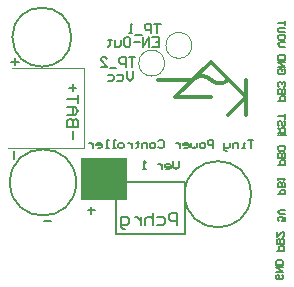
<source format=gbo>
G04*
G04 #@! TF.GenerationSoftware,Altium Limited,CircuitStudio,1.5.2 (30)*
G04*
G04 Layer_Color=13948096*
%FSLAX25Y25*%
%MOIN*%
G70*
G01*
G75*
%ADD26C,0.01181*%
%ADD27C,0.00787*%
%ADD55C,0.00394*%
%ADD56C,0.00591*%
%ADD91R,0.15354X0.14173*%
D26*
X67716Y69685D02*
G03*
X61811Y69685I-2953J-2953D01*
G01*
X67716D02*
G03*
X73622Y69685I2953J2953D01*
G01*
X79528Y57874D02*
Y69685D01*
X79527Y63779D02*
X79528D01*
X73622Y57874D02*
X79527Y63779D01*
X67716Y75590D02*
X79527Y63779D01*
X55905D02*
X67716Y75590D01*
X55905Y63779D02*
X67716D01*
X50000Y69685D02*
X61811D01*
D27*
X21260Y83858D02*
G03*
X21260Y83858I-9843J0D01*
G01*
X81102Y31496D02*
G03*
X81102Y31496I-11024J0D01*
G01*
X22835Y35433D02*
G03*
X22835Y35433I-11024J0D01*
G01*
X36220D02*
X59055D01*
X36220Y18110D02*
Y35433D01*
Y18110D02*
X59055D01*
Y35433D01*
X56299Y21260D02*
Y25196D01*
X54331D01*
X53675Y24540D01*
Y23228D01*
X54331Y22572D01*
X56299D01*
X49740Y23884D02*
X51708D01*
X52364Y23228D01*
Y21916D01*
X51708Y21260D01*
X49740D01*
X48428Y25196D02*
Y21260D01*
Y23228D01*
X47772Y23884D01*
X46460D01*
X45804Y23228D01*
Y21260D01*
X44492Y23884D02*
Y21260D01*
Y22572D01*
X43836Y23228D01*
X43180Y23884D01*
X42524D01*
X39244Y19948D02*
X38588D01*
X37932Y20604D01*
Y23884D01*
X39900D01*
X40556Y23228D01*
Y21916D01*
X39900Y21260D01*
X37932D01*
X2363Y74410D02*
Y77033D01*
X1051Y75721D02*
X3675D01*
D55*
X61417Y81102D02*
G03*
X61417Y81102I-4331J0D01*
G01*
X52362Y75197D02*
G03*
X52362Y75197I-4331J0D01*
G01*
X22898Y35433D02*
G03*
X22898Y35433I-11087J0D01*
G01*
X81109Y31496D02*
G03*
X81109Y31496I-11031J0D01*
G01*
X1575Y73622D02*
X25591D01*
Y46850D02*
Y73622D01*
X0Y46850D02*
X25591D01*
D56*
X41732Y72440D02*
Y70341D01*
X40683Y69291D01*
X39633Y70341D01*
Y72440D01*
X36485Y71390D02*
X38059D01*
X38584Y70866D01*
Y69816D01*
X38059Y69291D01*
X36485D01*
X33336Y71390D02*
X34910D01*
X35435Y70866D01*
Y69816D01*
X34910Y69291D01*
X33336D01*
X42520Y77164D02*
X40421D01*
X41470D01*
Y74016D01*
X39371D02*
Y77164D01*
X37797D01*
X37272Y76640D01*
Y75590D01*
X37797Y75065D01*
X39371D01*
X36222Y73491D02*
X34123D01*
X30975Y74016D02*
X33074D01*
X30975Y76115D01*
Y76640D01*
X31500Y77164D01*
X32549D01*
X33074Y76640D01*
X48295Y83857D02*
X50394D01*
Y80709D01*
X48295D01*
X50394Y82283D02*
X49344D01*
X47245Y80709D02*
Y83857D01*
X45146Y80709D01*
Y83857D01*
X44096Y82283D02*
X41998D01*
X39374Y83857D02*
X40423D01*
X40948Y83333D01*
Y81233D01*
X40423Y80709D01*
X39374D01*
X38849Y81233D01*
Y83333D01*
X39374Y83857D01*
X37799Y82808D02*
Y81233D01*
X37275Y80709D01*
X35700D01*
Y82808D01*
X34126Y83333D02*
Y82808D01*
X34651D01*
X33601D01*
X34126D01*
Y81233D01*
X33601Y80709D01*
X50984Y88384D02*
X48885D01*
X49935D01*
Y85235D01*
X47836D02*
Y88384D01*
X46261D01*
X45737Y87859D01*
Y86809D01*
X46261Y86285D01*
X47836D01*
X44687Y84710D02*
X42588D01*
X41539Y85235D02*
X40489D01*
X41014D01*
Y88384D01*
X41539Y87859D01*
X14567Y22637D02*
X12206D01*
X29134Y26180D02*
X26772D01*
X27953Y27361D02*
Y25000D01*
X57087Y42519D02*
Y40682D01*
X56168Y39764D01*
X55250Y40682D01*
Y42519D01*
X52954Y39764D02*
X53872D01*
X54332Y40223D01*
Y41141D01*
X53872Y41600D01*
X52954D01*
X52495Y41141D01*
Y40682D01*
X54332D01*
X51577Y41600D02*
Y39764D01*
Y40682D01*
X51117Y41141D01*
X50658Y41600D01*
X50199D01*
X46066Y39764D02*
X45148D01*
X45607D01*
Y42519D01*
X46066Y42060D01*
X92519Y80709D02*
X90945D01*
X90158Y81496D01*
X90945Y82283D01*
X92519D01*
Y84251D02*
Y83464D01*
X92125Y83070D01*
X90551D01*
X90158Y83464D01*
Y84251D01*
X90551Y84644D01*
X92125D01*
X92519Y84251D01*
Y85431D02*
X90551D01*
X90158Y85825D01*
Y86612D01*
X90551Y87006D01*
X92519D01*
Y87793D02*
Y89367D01*
Y88580D01*
X90158D01*
X92125Y73228D02*
X92519Y72834D01*
Y72047D01*
X92125Y71653D01*
X90551D01*
X90158Y72047D01*
Y72834D01*
X90551Y73228D01*
X91338D01*
Y72441D01*
X90158Y74015D02*
X92519D01*
X90158Y75589D01*
X92519D01*
Y76376D02*
X90158D01*
Y77557D01*
X90551Y77951D01*
X92125D01*
X92519Y77557D01*
Y76376D01*
X90158Y62598D02*
X92519D01*
Y63779D01*
X92125Y64173D01*
X91338D01*
X90945Y63779D01*
Y62598D01*
X92519Y64960D02*
X90158D01*
Y66141D01*
X90551Y66534D01*
X90945D01*
X91338Y66141D01*
Y64960D01*
Y66141D01*
X91732Y66534D01*
X92125D01*
X92519Y66141D01*
Y64960D01*
X92125Y67321D02*
X92519Y67715D01*
Y68502D01*
X92125Y68896D01*
X91732D01*
X91338Y68502D01*
Y68108D01*
Y68502D01*
X90945Y68896D01*
X90551D01*
X90158Y68502D01*
Y67715D01*
X90551Y67321D01*
X90945Y51181D02*
X92913D01*
X90551D02*
X90158D01*
Y51968D02*
X92519D01*
Y53149D01*
X92125Y53543D01*
X91338D01*
X90945Y53149D01*
Y51968D01*
Y52755D02*
X90158Y53543D01*
X92125Y55904D02*
X92519Y55510D01*
Y54723D01*
X92125Y54330D01*
X91732D01*
X91338Y54723D01*
Y55510D01*
X90945Y55904D01*
X90551D01*
X90158Y55510D01*
Y54723D01*
X90551Y54330D01*
X92519Y56691D02*
Y58265D01*
Y57478D01*
X90158D01*
Y41339D02*
X92519D01*
Y42519D01*
X92125Y42913D01*
X91338D01*
X90945Y42519D01*
Y41339D01*
X92519Y43700D02*
X90158D01*
Y44881D01*
X90551Y45274D01*
X90945D01*
X91338Y44881D01*
Y43700D01*
Y44881D01*
X91732Y45274D01*
X92125D01*
X92519Y44881D01*
Y43700D01*
X92125Y46062D02*
X92519Y46455D01*
Y47242D01*
X92125Y47636D01*
X90551D01*
X90158Y47242D01*
Y46455D01*
X90551Y46062D01*
X92125D01*
X90158Y31496D02*
X92519D01*
Y32677D01*
X92125Y33070D01*
X91338D01*
X90945Y32677D01*
Y31496D01*
X92519Y33858D02*
X90158D01*
Y35038D01*
X90551Y35432D01*
X90945D01*
X91338Y35038D01*
Y33858D01*
Y35038D01*
X91732Y35432D01*
X92125D01*
X92519Y35038D01*
Y33858D01*
X90158Y36219D02*
Y37006D01*
Y36612D01*
X92519D01*
X92125Y36219D01*
X92519Y24015D02*
Y22441D01*
X91338D01*
X91732Y23228D01*
Y23622D01*
X91338Y24015D01*
X90551D01*
X90158Y23622D01*
Y22835D01*
X90551Y22441D01*
X92519Y24802D02*
X90945D01*
X90158Y25589D01*
X90945Y26377D01*
X92519D01*
X89764Y12598D02*
X92125D01*
Y13779D01*
X91732Y14173D01*
X90944D01*
X90551Y13779D01*
Y12598D01*
X92125Y14960D02*
X89764D01*
Y16141D01*
X90157Y16534D01*
X90551D01*
X90944Y16141D01*
Y14960D01*
Y16141D01*
X91338Y16534D01*
X91732D01*
X92125Y16141D01*
Y14960D01*
X89764Y18896D02*
Y17321D01*
X91338Y18896D01*
X91732D01*
X92125Y18502D01*
Y17715D01*
X91732Y17321D01*
X91338Y4724D02*
X91732Y4330D01*
Y3543D01*
X91338Y3150D01*
X89764D01*
X89370Y3543D01*
Y4330D01*
X89764Y4724D01*
X90551D01*
Y3937D01*
X89370Y5511D02*
X91732D01*
X89370Y7085D01*
X91732D01*
Y7873D02*
X89370D01*
Y9053D01*
X89764Y9447D01*
X91338D01*
X91732Y9053D01*
Y7873D01*
X81890Y49605D02*
X80053D01*
X80971D01*
Y46850D01*
X79135D02*
X78216D01*
X78676D01*
Y48687D01*
X79135D01*
X76839Y46850D02*
Y48687D01*
X75461D01*
X75002Y48228D01*
Y46850D01*
X74084Y48687D02*
Y47310D01*
X73625Y46850D01*
X72247D01*
Y46391D01*
X72706Y45932D01*
X73166D01*
X72247Y46850D02*
Y48687D01*
X68574Y46850D02*
Y49605D01*
X67196D01*
X66737Y49146D01*
Y48228D01*
X67196Y47769D01*
X68574D01*
X65360Y46850D02*
X64441D01*
X63982Y47310D01*
Y48228D01*
X64441Y48687D01*
X65360D01*
X65819Y48228D01*
Y47310D01*
X65360Y46850D01*
X63064Y48687D02*
Y47310D01*
X62605Y46850D01*
X62146Y47310D01*
X61686Y46850D01*
X61227Y47310D01*
Y48687D01*
X58931Y46850D02*
X59850D01*
X60309Y47310D01*
Y48228D01*
X59850Y48687D01*
X58931D01*
X58472Y48228D01*
Y47769D01*
X60309D01*
X57554Y48687D02*
Y46850D01*
Y47769D01*
X57095Y48228D01*
X56635Y48687D01*
X56176D01*
X50207Y49146D02*
X50666Y49605D01*
X51585D01*
X52044Y49146D01*
Y47310D01*
X51585Y46850D01*
X50666D01*
X50207Y47310D01*
X48829Y46850D02*
X47911D01*
X47452Y47310D01*
Y48228D01*
X47911Y48687D01*
X48829D01*
X49289Y48228D01*
Y47310D01*
X48829Y46850D01*
X46534D02*
Y48687D01*
X45156D01*
X44697Y48228D01*
Y46850D01*
X43319Y49146D02*
Y48687D01*
X43779D01*
X42860D01*
X43319D01*
Y47310D01*
X42860Y46850D01*
X41483Y48687D02*
Y46850D01*
Y47769D01*
X41024Y48228D01*
X40565Y48687D01*
X40105D01*
X38269Y46850D02*
X37350D01*
X36891Y47310D01*
Y48228D01*
X37350Y48687D01*
X38269D01*
X38728Y48228D01*
Y47310D01*
X38269Y46850D01*
X35973D02*
X35054D01*
X35514D01*
Y49605D01*
X35973D01*
X33677Y46850D02*
X32759D01*
X33218D01*
Y49605D01*
X33677D01*
X30004Y46850D02*
X30922D01*
X31381Y47310D01*
Y48228D01*
X30922Y48687D01*
X30004D01*
X29544Y48228D01*
Y47769D01*
X31381D01*
X28626Y48687D02*
Y46850D01*
Y47769D01*
X28167Y48228D01*
X27708Y48687D01*
X27248D01*
X21653Y50000D02*
Y52624D01*
X23621Y53936D02*
X19685D01*
Y55904D01*
X20341Y56560D01*
X20997D01*
X21653Y55904D01*
Y53936D01*
Y55904D01*
X22309Y56560D01*
X22965D01*
X23621Y55904D01*
Y53936D01*
X19685Y57872D02*
X22309D01*
X23621Y59183D01*
X22309Y60495D01*
X19685D01*
X21653D01*
Y57872D01*
X23621Y61807D02*
Y64431D01*
Y63119D01*
X19685D01*
X21653Y65743D02*
Y68367D01*
X22965Y67055D02*
X20341D01*
X1969Y43307D02*
Y45931D01*
D91*
X32087Y36614D02*
D03*
M02*

</source>
